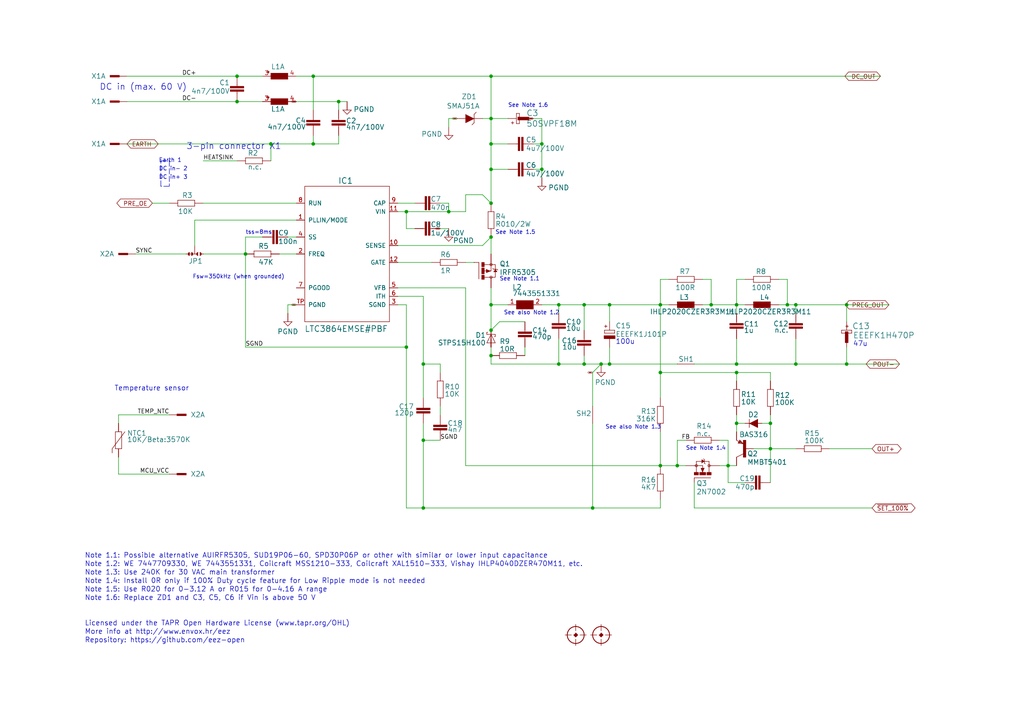
<source format=kicad_sch>
(kicad_sch (version 20210406) (generator eeschema)
  (paper "User" 307.213 216.865)
  (title_block (title "EEZ PSU consolidated") (rev "r5B13a") (comment 4 "SMPS power pre-regulator with 100% duty cycle"))
  (lib_symbols
    (symbol "EEZ_PSU_consolidated_r5B13a-eagle-import:-PNP-SOT23-BEC" (pin_names (offset 1.016))
      (property "Reference" "T" (at -10.16 7.62 0))
      (property "Value" "-PNP-SOT23-BEC" (at -10.16 5.08 0))
      (symbol "-PNP-SOT23-BEC_1_0"
        (pin passive line (at -2.54 0 0) (length 2.54) (name "B") (number "B"))
        (pin passive line (at 2.54 -5.08 90) (length 2.54) (name "C") (number "C"))
        (pin passive line (at 2.54 5.08 270) (length 2.54) (name "E") (number "E"))
      )
    )
    (symbol "EEZ_PSU_consolidated_r5B13a-eagle-import:2N7002" (pin_names (offset 1.016))
      (property "Reference" "Q" (at 6.35 2.54 0))
      (property "Value" "2N7002" (at 6.35 0 0))
      (symbol "2N7002_1_0"
        (pin passive line (at -2.54 -2.54 0) (length 0) (name "G") (number "1"))
        (pin passive line (at 2.54 -5.08 90) (length 2.54) (name "S") (number "2"))
        (pin passive line (at 2.54 5.08 270) (length 2.54) (name "D") (number "3"))
      )
    )
    (symbol "EEZ_PSU_consolidated_r5B13a-eagle-import:C-EUC0603" (pin_names (offset 1.016))
      (property "Reference" "C" (at 1.524 0.381 0))
      (property "Value" "C-EUC0603" (at 1.524 -4.699 0))
      (symbol "C-EUC0603_1_0"
        (pin passive line (at 0 2.54 270) (length 2.54) (name "1") (number "1"))
        (pin passive line (at 0 -5.08 90) (length 2.54) (name "2") (number "2"))
      )
    )
    (symbol "EEZ_PSU_consolidated_r5B13a-eagle-import:C-EUC0805" (pin_names (offset 1.016))
      (property "Reference" "C" (at 1.524 0.381 0))
      (property "Value" "C-EUC0805" (at 1.524 -4.699 0))
      (symbol "C-EUC0805_1_0"
        (pin passive line (at 0 2.54 270) (length 2.54) (name "1") (number "1"))
        (pin passive line (at 0 -5.08 90) (length 2.54) (name "2") (number "2"))
      )
    )
    (symbol "EEZ_PSU_consolidated_r5B13a-eagle-import:C-EUC1206" (pin_names (offset 1.016))
      (property "Reference" "C" (at 1.524 0.381 0))
      (property "Value" "C-EUC1206" (at 1.524 -4.699 0))
      (symbol "C-EUC1206_1_0"
        (pin passive line (at 0 2.54 270) (length 2.54) (name "1") (number "1"))
        (pin passive line (at 0 -5.08 90) (length 2.54) (name "2") (number "2"))
      )
    )
    (symbol "EEZ_PSU_consolidated_r5B13a-eagle-import:C-EUC1210" (pin_names (offset 1.016))
      (property "Reference" "C" (at 1.524 0.381 0))
      (property "Value" "C-EUC1210" (at 1.524 -4.699 0))
      (symbol "C-EUC1210_1_0"
        (pin passive line (at 0 2.54 270) (length 2.54) (name "1") (number "1"))
        (pin passive line (at 0 -5.08 90) (length 2.54) (name "2") (number "2"))
      )
    )
    (symbol "EEZ_PSU_consolidated_r5B13a-eagle-import:DINA4_L" (pin_names (offset 1.016))
      (symbol "DINA4_L_2_0"
        (text ">DRAWING_NAME" (at 17.78 19.05 0) (effects (font (size 2.54 2.54)) (justify left bottom)))
        (text ">LAST_DATE_TIME" (at 12.7 1.27 0) (effects (font (size 2.54 2.54)) (justify left bottom)))
        (text ">SHEET" (at 86.36 1.27 0) (effects (font (size 2.54 2.54)) (justify left bottom)))
        (text "Date:" (at 1.27 1.27 0) (effects (font (size 2.54 2.54)) (justify left bottom)))
        (text "Document Number:" (at 1.27 11.43 0) (effects (font (size 2.54 2.54)) (justify left bottom)))
        (text "REV:" (at 88.9 11.43 0) (effects (font (size 2.54 2.54)) (justify left bottom)))
        (text "Sheet:" (at 72.39 1.27 0) (effects (font (size 2.54 2.54)) (justify left bottom)))
        (text "TITLE:" (at 1.27 19.05 0) (effects (font (size 2.54 2.54)) (justify left bottom)))
      )
    )
    (symbol "EEZ_PSU_consolidated_r5B13a-eagle-import:DIODESOD323R" (pin_names (offset 1.016))
      (property "Reference" "D" (at 2.54 0.4826 0))
      (property "Value" "DIODESOD323R" (at 2.54 -2.3114 0))
      (symbol "DIODESOD323R_1_0"
        (pin passive line (at -2.54 0 0) (length 2.54) (name "A") (number "A"))
        (pin passive line (at 2.54 0 180) (length 2.54) (name "C") (number "C"))
      )
    )
    (symbol "EEZ_PSU_consolidated_r5B13a-eagle-import:ECAPF" (pin_names (offset 1.016))
      (property "Reference" "C" (at 1.143 0.4826 0))
      (property "Value" "ECAPF" (at 1.143 -4.5974 0))
      (symbol "ECAPF_1_0"
        (text "+" (at -0.5842 0.4064 900) (effects (font (size 1.0668 1.0668)) (justify left bottom)))
        (pin passive line (at 0 2.54 270) (length 2.54) (name "+") (number "1"))
        (pin passive line (at 0 -5.08 90) (length 2.54) (name "-") (number "2"))
      )
    )
    (symbol "EEZ_PSU_consolidated_r5B13a-eagle-import:EEE--CASE-E" (pin_names (offset 1.016))
      (property "Reference" "C" (at -0.9144 2.7686 0))
      (property "Value" "EEE--CASE-E" (at -1.9304 -4.445 0))
      (symbol "EEE--CASE-E_1_0"
        (text "+" (at 2.1336 -0.5842 0) (effects (font (size 1.0668 1.0668)) (justify right top)))
        (pin passive line (at 0 0 0) (length 2.54) (name "1") (number "1"))
        (pin passive line (at 7.62 0 180) (length 2.54) (name "2") (number "2"))
      )
    )
    (symbol "EEZ_PSU_consolidated_r5B13a-eagle-import:EEE--CASE-F" (pin_names (offset 1.016))
      (property "Reference" "C" (at -0.9144 2.7686 0))
      (property "Value" "EEE--CASE-F" (at -1.9304 -4.445 0))
      (symbol "EEE--CASE-F_1_0"
        (text "+" (at 2.1336 -0.5842 0) (effects (font (size 1.0668 1.0668)) (justify right top)))
        (pin passive line (at 0 0 0) (length 2.54) (name "1") (number "1"))
        (pin passive line (at 7.62 0 180) (length 2.54) (name "2") (number "2"))
      )
    )
    (symbol "EEZ_PSU_consolidated_r5B13a-eagle-import:FIDUCIAL_2" (pin_names (offset 1.016)))
    (symbol "EEZ_PSU_consolidated_r5B13a-eagle-import:GND" (power) (pin_names (offset 1.016))
      (property "Value" "GND" (at -1.905 -3.175 0))
      (symbol "GND_1_0"
        (pin power_in line (at 0 2.54 270) (length 2.54) (name "GND") (number "1"))
      )
    )
    (symbol "EEZ_PSU_consolidated_r5B13a-eagle-import:IHLP-2020BZ-11" (pin_names (offset 1.016))
      (property "Reference" "L" (at -3.81 1.3716 0))
      (property "Value" "IHLP-2020BZ-11" (at -3.81 -2.921 0))
      (symbol "IHLP-2020BZ-11_1_0"
        (pin passive line (at -5.08 0 0) (length 2.54) (name "1") (number "1"))
        (pin passive line (at 5.08 0 180) (length 2.54) (name "2") (number "2"))
      )
    )
    (symbol "EEZ_PSU_consolidated_r5B13a-eagle-import:JP3-CUT" (pin_names (offset 1.016))
      (property "Reference" "JP" (at -3.81 3.175 0))
      (symbol "JP3-CUT_1_0"
        (pin passive line (at 2.54 0 180) (length 2.54) (name "COM") (number "COM"))
        (pin passive line (at 0 -2.54 180) (length 0) (name "NC") (number "NC"))
        (pin passive line (at 0 2.54 180) (length 0) (name "NO") (number "NO"))
      )
    )
    (symbol "EEZ_PSU_consolidated_r5B13a-eagle-import:LTC3864" (pin_names (offset 1.016))
      (property "Reference" "IC" (at -5.2832 20.9804 0))
      (property "Value" "LTC3864" (at -7.112 -23.4442 0))
      (symbol "LTC3864_1_0"
        (pin input line (at -15.24 10.16 0) (length 2.54) (name "PLLIN/MODE") (number "1"))
        (pin input line (at 15.24 2.54 180) (length 2.54) (name "SENSE") (number "10"))
        (pin passive line (at 15.24 12.7 180) (length 2.54) (name "VIN") (number "11"))
        (pin output line (at 15.24 -2.54 180) (length 2.54) (name "GATE") (number "12"))
        (pin input line (at -15.24 0 0) (length 2.54) (name "FREQ") (number "2"))
        (pin passive line (at 15.24 -15.24 180) (length 2.54) (name "SGND") (number "3"))
        (pin input line (at -15.24 5.08 0) (length 2.54) (name "SS") (number "4"))
        (pin input line (at 15.24 -10.16 180) (length 2.54) (name "VFB") (number "5"))
        (pin unspecified line (at 15.24 -12.7 180) (length 2.54) (name "ITH") (number "6"))
        (pin output line (at -15.24 -10.16 0) (length 2.54) (name "PGOOD") (number "7"))
        (pin input line (at -15.24 15.24 0) (length 2.54) (name "RUN") (number "8"))
        (pin passive line (at 15.24 15.24 180) (length 2.54) (name "CAP") (number "9"))
        (pin passive line (at -15.24 -15.24 0) (length 2.54) (name "PGND") (number "TP"))
      )
    )
    (symbol "EEZ_PSU_consolidated_r5B13a-eagle-import:MINIFIT_39301039" (pin_names (offset 1.016))
      (property "Reference" "X" (at -6.35 0.889 0))
      (symbol "MINIFIT_39301039_1_0"
        (pin passive line (at 0 0 180) (length 2.54) (name "1") (number "2"))
      )
      (symbol "MINIFIT_39301039_2_0"
        (pin passive line (at 0 0 180) (length 2.54) (name "1") (number "1"))
      )
      (symbol "MINIFIT_39301039_3_0"
        (pin passive line (at 0 0 180) (length 2.54) (name "1") (number "3"))
      )
    )
    (symbol "EEZ_PSU_consolidated_r5B13a-eagle-import:NTC0805" (pin_names (offset 1.016))
      (property "Reference" "NTC" (at 1.905 0 0))
      (property "Value" "NTC0805" (at 1.905 -2.54 0))
      (symbol "NTC0805_1_0"
        (pin unspecified line (at 0 5.08 270) (length 2.54) (name "P$1") (number "1"))
        (pin unspecified line (at 0 5.08 270) (length 2.54) (name "P$1") (number "1.1"))
        (pin unspecified line (at 0 -5.08 90) (length 2.54) (name "P$2") (number "2"))
        (pin unspecified line (at 0 -5.08 90) (length 2.54) (name "P$2") (number "2.1"))
      )
    )
    (symbol "EEZ_PSU_consolidated_r5B13a-eagle-import:P-MOSFETDPAK" (pin_names (offset 1.016))
      (property "Reference" "Q" (at 5.08 0 0))
      (property "Value" "P-MOSFETDPAK" (at 5.08 -2.54 0))
      (symbol "P-MOSFETDPAK_1_0"
        (pin passive line (at -2.54 2.54 0) (length 0) (name "G") (number "1"))
        (pin passive line (at 2.54 -5.08 90) (length 2.54) (name "D") (number "2"))
        (pin passive line (at 2.54 5.08 270) (length 2.54) (name "S") (number "3"))
      )
    )
    (symbol "EEZ_PSU_consolidated_r5B13a-eagle-import:P6SMB68A" (pin_names (offset 1.016))
      (property "Reference" "ZD" (at -2.54 2.54 0))
      (property "Value" "P6SMB68A" (at -2.54 -4.064 0))
      (symbol "P6SMB68A_1_0"
        (pin passive line (at 5.08 0 180) (length 2.54) (name "A") (number "A"))
        (pin passive line (at -2.54 0 0) (length 2.54) (name "C") (number "C"))
      )
    )
    (symbol "EEZ_PSU_consolidated_r5B13a-eagle-import:R-EU_R0805" (pin_names (offset 1.016))
      (property "Reference" "R" (at -3.81 1.4986 0))
      (property "Value" "R-EU_R0805" (at -3.81 -3.302 0))
      (symbol "R-EU_R0805_1_0"
        (pin passive line (at -5.08 0 0) (length 2.54) (name "1") (number "1"))
        (pin passive line (at 5.08 0 180) (length 2.54) (name "2") (number "2"))
      )
    )
    (symbol "EEZ_PSU_consolidated_r5B13a-eagle-import:R-EU_R1206" (pin_names (offset 1.016))
      (property "Reference" "R" (at -3.81 1.4986 0))
      (property "Value" "R-EU_R1206" (at -3.81 -3.302 0))
      (symbol "R-EU_R1206_1_0"
        (pin passive line (at -5.08 0 0) (length 2.54) (name "1") (number "1"))
        (pin passive line (at 5.08 0 180) (length 2.54) (name "2") (number "2"))
      )
    )
    (symbol "EEZ_PSU_consolidated_r5B13a-eagle-import:R-EU_R2512" (pin_names (offset 1.016))
      (property "Reference" "R" (at -3.81 1.4986 0))
      (property "Value" "R-EU_R2512" (at -3.81 -3.302 0))
      (symbol "R-EU_R2512_1_0"
        (pin passive line (at -5.08 0 0) (length 2.54) (name "1") (number "1"))
        (pin passive line (at 5.08 0 180) (length 2.54) (name "2") (number "2"))
      )
    )
    (symbol "EEZ_PSU_consolidated_r5B13a-eagle-import:RN112" (pin_names (offset 1.016))
      (property "Reference" "L" (at -3.81 1.3716 0))
      (symbol "RN112_1_0"
        (pin passive line (at -5.08 0 0) (length 2.54) (name "1") (number "3"))
        (pin passive line (at 5.08 0 180) (length 2.54) (name "2") (number "4"))
      )
      (symbol "RN112_2_0"
        (pin passive line (at -5.08 0 0) (length 2.54) (name "1") (number "1"))
        (pin passive line (at 5.08 0 180) (length 2.54) (name "2") (number "2"))
      )
    )
    (symbol "EEZ_PSU_consolidated_r5B13a-eagle-import:SCHOTTKYTO252" (pin_names (offset 1.016))
      (property "Reference" "D" (at -2.286 1.905 0))
      (property "Value" "SCHOTTKYTO252" (at -2.286 -3.429 0))
      (symbol "SCHOTTKYTO252_1_0"
        (pin passive line (at -2.54 0 0) (length 2.54) (name "A") (number "1"))
        (pin passive line (at -2.54 0 0) (length 2.54) (name "A") (number "2"))
        (pin passive line (at 2.54 0 180) (length 2.54) (name "C") (number "3"))
      )
    )
    (symbol "EEZ_PSU_consolidated_r5B13a-eagle-import:SHORTNOHOLE" (pin_names (offset 1.016))
      (property "Reference" "SH" (at -2.2098 1.27 0))
      (symbol "SHORTNOHOLE_1_0"
        (pin unspecified line (at -2.54 0 0) (length 0) (name "GND_A") (number "P$1"))
        (pin unspecified line (at 2.54 0 0) (length 0) (name "GND_B") (number "P$2"))
      )
    )
    (symbol "EEZ_PSU_consolidated_r5B13a-eagle-import:SSW-113-02-T-D-RA" (pin_names (offset 1.016))
      (property "Reference" "X" (at -6.35 0.889 0))
      (symbol "SSW-113-02-T-D-RA_1_0"
        (pin passive line (at 0 0 180) (length 2.54) (name "1") (number "1"))
      )
      (symbol "SSW-113-02-T-D-RA_2_0"
        (pin passive line (at 0 0 180) (length 2.54) (name "1") (number "2"))
      )
      (symbol "SSW-113-02-T-D-RA_3_0"
        (pin passive line (at 0 0 180) (length 2.54) (name "1") (number "3"))
      )
      (symbol "SSW-113-02-T-D-RA_4_0"
        (pin passive line (at 0 0 180) (length 2.54) (name "1") (number "4"))
      )
      (symbol "SSW-113-02-T-D-RA_5_0"
        (pin passive line (at 0 0 180) (length 2.54) (name "1") (number "5"))
      )
      (symbol "SSW-113-02-T-D-RA_6_0"
        (pin passive line (at 0 0 180) (length 2.54) (name "1") (number "6"))
      )
      (symbol "SSW-113-02-T-D-RA_7_0"
        (pin passive line (at 0 0 180) (length 2.54) (name "1") (number "7"))
      )
      (symbol "SSW-113-02-T-D-RA_8_0"
        (pin passive line (at 0 0 180) (length 2.54) (name "1") (number "8"))
      )
      (symbol "SSW-113-02-T-D-RA_9_0"
        (pin passive line (at 0 0 180) (length 2.54) (name "1") (number "9"))
      )
      (symbol "SSW-113-02-T-D-RA_10_0"
        (pin passive line (at 0 0 180) (length 2.54) (name "1") (number "10"))
      )
      (symbol "SSW-113-02-T-D-RA_11_0"
        (pin passive line (at 0 0 180) (length 2.54) (name "1") (number "11"))
      )
      (symbol "SSW-113-02-T-D-RA_12_0"
        (pin passive line (at 0 0 180) (length 2.54) (name "1") (number "12"))
      )
      (symbol "SSW-113-02-T-D-RA_13_0"
        (pin passive line (at 0 0 180) (length 2.54) (name "1") (number "13"))
      )
      (symbol "SSW-113-02-T-D-RA_14_0"
        (pin passive line (at 0 0 180) (length 2.54) (name "1") (number "14"))
      )
      (symbol "SSW-113-02-T-D-RA_15_0"
        (pin passive line (at 0 0 180) (length 2.54) (name "1") (number "15"))
      )
      (symbol "SSW-113-02-T-D-RA_16_0"
        (pin passive line (at 0 0 180) (length 2.54) (name "1") (number "16"))
      )
      (symbol "SSW-113-02-T-D-RA_17_0"
        (pin passive line (at 0 0 180) (length 2.54) (name "1") (number "17"))
      )
      (symbol "SSW-113-02-T-D-RA_18_0"
        (pin passive line (at 0 0 180) (length 2.54) (name "1") (number "18"))
      )
      (symbol "SSW-113-02-T-D-RA_19_0"
        (pin passive line (at 0 0 180) (length 2.54) (name "1") (number "19"))
      )
      (symbol "SSW-113-02-T-D-RA_20_0"
        (pin passive line (at 0 0 180) (length 2.54) (name "1") (number "20"))
      )
      (symbol "SSW-113-02-T-D-RA_21_0"
        (pin passive line (at 0 0 180) (length 2.54) (name "1") (number "21"))
      )
      (symbol "SSW-113-02-T-D-RA_22_0"
        (pin passive line (at 0 0 180) (length 2.54) (name "1") (number "22"))
      )
      (symbol "SSW-113-02-T-D-RA_23_0"
        (pin passive line (at 0 0 180) (length 2.54) (name "1") (number "23"))
      )
      (symbol "SSW-113-02-T-D-RA_24_0"
        (pin passive line (at 0 0 180) (length 2.54) (name "1") (number "24"))
      )
      (symbol "SSW-113-02-T-D-RA_25_0"
        (pin passive line (at 0 0 180) (length 2.54) (name "1") (number "25"))
      )
      (symbol "SSW-113-02-T-D-RA_26_0"
        (pin passive line (at 0 0 180) (length 2.54) (name "1") (number "26"))
      )
    )
    (symbol "EEZ_PSU_consolidated_r5B13a-eagle-import:WE-HCI_1350_1365" (pin_names (offset 1.016))
      (property "Reference" "L" (at -3.81 2.54 0))
      (property "Value" "WE-HCI_1350_1365" (at -3.81 -3.81 0))
      (symbol "WE-HCI_1350_1365_1_0"
        (pin passive line (at -5.08 0 0) (length 2.54) (name "1") (number "1"))
        (pin passive line (at 5.08 0 180) (length 2.54) (name "2") (number "2"))
      )
    )
  )
  (junction (at 71.12 22.86) (diameter 0.9144))
  (junction (at 71.12 30.48) (diameter 0.9144))
  (junction (at 73.66 76.2) (diameter 0.9144))
  (junction (at 81.28 43.18) (diameter 0.9144))
  (junction (at 93.98 22.86) (diameter 0.9144))
  (junction (at 93.98 43.18) (diameter 0.9144))
  (junction (at 101.6 30.48) (diameter 0.9144))
  (junction (at 121.92 63.5) (diameter 0.9144))
  (junction (at 121.92 104.14) (diameter 0.9144))
  (junction (at 127 109.22) (diameter 0.9144))
  (junction (at 127 132.08) (diameter 0.9144))
  (junction (at 127 152.4) (diameter 0.9144))
  (junction (at 134.62 63.5) (diameter 0.9144))
  (junction (at 147.32 22.86) (diameter 0.9144))
  (junction (at 147.32 35.56) (diameter 0.9144))
  (junction (at 147.32 43.18) (diameter 0.9144))
  (junction (at 147.32 50.8) (diameter 0.9144))
  (junction (at 147.32 60.96) (diameter 0.9144))
  (junction (at 147.32 71.12) (diameter 0.9144))
  (junction (at 147.32 91.44) (diameter 0.9144))
  (junction (at 147.32 99.06) (diameter 0.9144))
  (junction (at 147.32 106.68) (diameter 0.9144))
  (junction (at 162.56 43.18) (diameter 0.9144))
  (junction (at 162.56 50.8) (diameter 0.9144))
  (junction (at 167.64 91.44) (diameter 0.9144))
  (junction (at 167.64 109.22) (diameter 0.9144))
  (junction (at 175.26 91.44) (diameter 0.9144))
  (junction (at 175.26 109.22) (diameter 0.9144))
  (junction (at 177.8 152.4) (diameter 0.9144))
  (junction (at 180.34 109.22) (diameter 0.9144))
  (junction (at 182.88 91.44) (diameter 0.9144))
  (junction (at 182.88 109.22) (diameter 0.9144))
  (junction (at 198.12 91.44) (diameter 0.9144))
  (junction (at 198.12 111.76) (diameter 0.9144))
  (junction (at 198.12 139.7) (diameter 0.9144))
  (junction (at 203.2 139.7) (diameter 0.9144))
  (junction (at 213.36 91.44) (diameter 0.9144))
  (junction (at 218.44 139.7) (diameter 0.9144))
  (junction (at 220.98 91.44) (diameter 0.9144))
  (junction (at 220.98 109.22) (diameter 0.9144))
  (junction (at 220.98 111.76) (diameter 0.9144))
  (junction (at 220.98 127) (diameter 0.9144))
  (junction (at 231.14 127) (diameter 0.9144))
  (junction (at 231.14 134.62) (diameter 0.9144))
  (junction (at 236.22 91.44) (diameter 0.9144))
  (junction (at 238.76 91.44) (diameter 0.9144))
  (junction (at 238.76 109.22) (diameter 0.9144))
  (junction (at 254 91.44) (diameter 0.9144))
  (junction (at 254 109.22) (diameter 0.9144))
  (wire (pts (xy 35.56 124.46) (xy 35.56 127)))
  (wire (pts (xy 35.56 142.24) (xy 35.56 137.16)))
  (wire (pts (xy 38.1 22.86) (xy 71.12 22.86)))
  (wire (pts (xy 38.1 30.48) (xy 71.12 30.48)))
  (wire (pts (xy 38.1 43.18) (xy 81.28 43.18)))
  (wire (pts (xy 50.8 60.96) (xy 45.72 60.96)))
  (wire (pts (xy 50.8 124.46) (xy 35.56 124.46)))
  (wire (pts (xy 50.8 142.24) (xy 35.56 142.24)))
  (wire (pts (xy 55.88 76.2) (xy 40.64 76.2)))
  (wire (pts (xy 58.42 66.04) (xy 58.42 73.66)))
  (wire (pts (xy 60.96 76.2) (xy 73.66 76.2)))
  (wire (pts (xy 71.12 22.86) (xy 78.74 22.86)))
  (wire (pts (xy 71.12 48.26) (xy 60.96 48.26)))
  (wire (pts (xy 73.66 71.12) (xy 78.74 71.12)))
  (wire (pts (xy 73.66 76.2) (xy 73.66 71.12)))
  (wire (pts (xy 73.66 76.2) (xy 73.66 104.14)))
  (wire (pts (xy 73.66 104.14) (xy 121.92 104.14)))
  (wire (pts (xy 78.74 30.48) (xy 71.12 30.48)))
  (wire (pts (xy 81.28 43.18) (xy 81.28 48.26)))
  (wire (pts (xy 81.28 43.18) (xy 93.98 43.18)))
  (wire (pts (xy 83.82 76.2) (xy 88.9 76.2)))
  (wire (pts (xy 86.36 71.12) (xy 88.9 71.12)))
  (wire (pts (xy 86.36 91.44) (xy 86.36 93.98)))
  (wire (pts (xy 88.9 22.86) (xy 93.98 22.86)))
  (wire (pts (xy 88.9 30.48) (xy 101.6 30.48)))
  (wire (pts (xy 88.9 60.96) (xy 60.96 60.96)))
  (wire (pts (xy 88.9 66.04) (xy 58.42 66.04)))
  (wire (pts (xy 88.9 91.44) (xy 86.36 91.44)))
  (wire (pts (xy 93.98 22.86) (xy 93.98 33.02)))
  (wire (pts (xy 93.98 22.86) (xy 147.32 22.86)))
  (wire (pts (xy 93.98 40.64) (xy 93.98 43.18)))
  (wire (pts (xy 101.6 30.48) (xy 104.14 30.48)))
  (wire (pts (xy 101.6 33.02) (xy 101.6 30.48)))
  (wire (pts (xy 101.6 40.64) (xy 101.6 43.18)))
  (wire (pts (xy 101.6 43.18) (xy 93.98 43.18)))
  (wire (pts (xy 119.38 60.96) (xy 124.46 60.96)))
  (wire (pts (xy 119.38 63.5) (xy 121.92 63.5)))
  (wire (pts (xy 119.38 86.36) (xy 139.7 86.36)))
  (wire (pts (xy 119.38 88.9) (xy 127 88.9)))
  (wire (pts (xy 119.38 91.44) (xy 121.92 91.44)))
  (wire (pts (xy 121.92 63.5) (xy 134.62 63.5)))
  (wire (pts (xy 121.92 68.58) (xy 121.92 63.5)))
  (wire (pts (xy 121.92 91.44) (xy 121.92 104.14)))
  (wire (pts (xy 121.92 104.14) (xy 121.92 152.4)))
  (wire (pts (xy 124.46 68.58) (xy 121.92 68.58)))
  (wire (pts (xy 127 88.9) (xy 127 109.22)))
  (wire (pts (xy 127 109.22) (xy 132.08 109.22)))
  (wire (pts (xy 127 119.38) (xy 127 109.22)))
  (wire (pts (xy 127 127) (xy 127 132.08)))
  (wire (pts (xy 127 132.08) (xy 127 152.4)))
  (wire (pts (xy 127 132.08) (xy 132.08 132.08)))
  (wire (pts (xy 127 152.4) (xy 121.92 152.4)))
  (wire (pts (xy 129.54 78.74) (xy 119.38 78.74)))
  (wire (pts (xy 132.08 60.96) (xy 134.62 60.96)))
  (wire (pts (xy 132.08 68.58) (xy 134.62 68.58)))
  (wire (pts (xy 132.08 111.76) (xy 132.08 109.22)))
  (wire (pts (xy 132.08 124.46) (xy 132.08 121.92)))
  (wire (pts (xy 134.62 35.56) (xy 134.62 38.1)))
  (wire (pts (xy 134.62 60.96) (xy 134.62 63.5)))
  (wire (pts (xy 134.62 63.5) (xy 139.7 63.5)))
  (wire (pts (xy 137.16 35.56) (xy 134.62 35.56)))
  (wire (pts (xy 139.7 58.42) (xy 144.78 58.42)))
  (wire (pts (xy 139.7 63.5) (xy 139.7 58.42)))
  (wire (pts (xy 139.7 78.74) (xy 142.24 78.74)))
  (wire (pts (xy 139.7 86.36) (xy 139.7 139.7)))
  (wire (pts (xy 144.78 35.56) (xy 147.32 35.56)))
  (wire (pts (xy 144.78 58.42) (xy 147.32 60.96)))
  (wire (pts (xy 144.78 73.66) (xy 119.38 73.66)))
  (wire (pts (xy 147.32 22.86) (xy 264.16 22.86)))
  (wire (pts (xy 147.32 35.56) (xy 147.32 22.86)))
  (wire (pts (xy 147.32 43.18) (xy 147.32 35.56)))
  (wire (pts (xy 147.32 50.8) (xy 147.32 43.18)))
  (wire (pts (xy 147.32 60.96) (xy 147.32 50.8)))
  (wire (pts (xy 147.32 71.12) (xy 144.78 73.66)))
  (wire (pts (xy 147.32 71.12) (xy 147.32 76.2)))
  (wire (pts (xy 147.32 86.36) (xy 147.32 91.44)))
  (wire (pts (xy 147.32 91.44) (xy 152.4 91.44)))
  (wire (pts (xy 147.32 99.06) (xy 147.32 91.44)))
  (wire (pts (xy 147.32 104.14) (xy 147.32 106.68)))
  (wire (pts (xy 147.32 106.68) (xy 147.32 109.22)))
  (wire (pts (xy 149.86 96.52) (xy 147.32 99.06)))
  (wire (pts (xy 152.4 35.56) (xy 147.32 35.56)))
  (wire (pts (xy 152.4 43.18) (xy 147.32 43.18)))
  (wire (pts (xy 152.4 50.8) (xy 147.32 50.8)))
  (wire (pts (xy 157.48 96.52) (xy 149.86 96.52)))
  (wire (pts (xy 157.48 106.68) (xy 157.48 104.14)))
  (wire (pts (xy 160.02 35.56) (xy 162.56 35.56)))
  (wire (pts (xy 160.02 43.18) (xy 162.56 43.18)))
  (wire (pts (xy 160.02 50.8) (xy 162.56 50.8)))
  (wire (pts (xy 162.56 35.56) (xy 162.56 43.18)))
  (wire (pts (xy 162.56 43.18) (xy 162.56 50.8)))
  (wire (pts (xy 162.56 50.8) (xy 162.56 53.34)))
  (wire (pts (xy 162.56 91.44) (xy 167.64 91.44)))
  (wire (pts (xy 167.64 91.44) (xy 175.26 91.44)))
  (wire (pts (xy 167.64 93.98) (xy 167.64 91.44)))
  (wire (pts (xy 167.64 109.22) (xy 147.32 109.22)))
  (wire (pts (xy 167.64 109.22) (xy 167.64 101.6)))
  (wire (pts (xy 167.64 109.22) (xy 175.26 109.22)))
  (wire (pts (xy 175.26 91.44) (xy 182.88 91.44)))
  (wire (pts (xy 175.26 99.06) (xy 175.26 91.44)))
  (wire (pts (xy 175.26 106.68) (xy 175.26 109.22)))
  (wire (pts (xy 175.26 109.22) (xy 180.34 109.22)))
  (wire (pts (xy 177.8 111.76) (xy 180.34 109.22)))
  (wire (pts (xy 177.8 121.92) (xy 177.8 111.76)))
  (wire (pts (xy 177.8 127) (xy 177.8 152.4)))
  (wire (pts (xy 177.8 152.4) (xy 127 152.4)))
  (wire (pts (xy 182.88 91.44) (xy 198.12 91.44)))
  (wire (pts (xy 182.88 96.52) (xy 182.88 91.44)))
  (wire (pts (xy 182.88 104.14) (xy 182.88 109.22)))
  (wire (pts (xy 182.88 109.22) (xy 180.34 109.22)))
  (wire (pts (xy 198.12 83.82) (xy 198.12 91.44)))
  (wire (pts (xy 198.12 91.44) (xy 200.66 91.44)))
  (wire (pts (xy 198.12 111.76) (xy 198.12 91.44)))
  (wire (pts (xy 198.12 111.76) (xy 220.98 111.76)))
  (wire (pts (xy 198.12 119.38) (xy 198.12 111.76)))
  (wire (pts (xy 198.12 129.54) (xy 198.12 139.7)))
  (wire (pts (xy 198.12 139.7) (xy 139.7 139.7)))
  (wire (pts (xy 198.12 152.4) (xy 177.8 152.4)))
  (wire (pts (xy 198.12 152.4) (xy 198.12 149.86)))
  (wire (pts (xy 200.66 83.82) (xy 198.12 83.82)))
  (wire (pts (xy 203.2 109.22) (xy 182.88 109.22)))
  (wire (pts (xy 203.2 132.08) (xy 205.74 132.08)))
  (wire (pts (xy 203.2 139.7) (xy 198.12 139.7)))
  (wire (pts (xy 203.2 139.7) (xy 203.2 132.08)))
  (wire (pts (xy 205.74 139.7) (xy 203.2 139.7)))
  (wire (pts (xy 208.28 109.22) (xy 220.98 109.22)))
  (wire (pts (xy 208.28 152.4) (xy 208.28 144.78)))
  (wire (pts (xy 210.82 83.82) (xy 213.36 83.82)))
  (wire (pts (xy 210.82 91.44) (xy 213.36 91.44)))
  (wire (pts (xy 213.36 83.82) (xy 213.36 91.44)))
  (wire (pts (xy 213.36 91.44) (xy 220.98 91.44)))
  (wire (pts (xy 215.9 132.08) (xy 218.44 132.08)))
  (wire (pts (xy 215.9 139.7) (xy 218.44 139.7)))
  (wire (pts (xy 218.44 132.08) (xy 218.44 139.7)))
  (wire (pts (xy 218.44 139.7) (xy 220.98 139.7)))
  (wire (pts (xy 218.44 144.78) (xy 218.44 139.7)))
  (wire (pts (xy 220.98 83.82) (xy 220.98 91.44)))
  (wire (pts (xy 220.98 91.44) (xy 223.52 91.44)))
  (wire (pts (xy 220.98 93.98) (xy 220.98 91.44)))
  (wire (pts (xy 220.98 101.6) (xy 220.98 109.22)))
  (wire (pts (xy 220.98 109.22) (xy 238.76 109.22)))
  (wire (pts (xy 220.98 114.3) (xy 220.98 111.76)))
  (wire (pts (xy 220.98 124.46) (xy 220.98 127)))
  (wire (pts (xy 220.98 127) (xy 220.98 129.54)))
  (wire (pts (xy 223.52 83.82) (xy 220.98 83.82)))
  (wire (pts (xy 223.52 127) (xy 220.98 127)))
  (wire (pts (xy 223.52 144.78) (xy 218.44 144.78)))
  (wire (pts (xy 226.06 134.62) (xy 231.14 134.62)))
  (wire (pts (xy 228.6 127) (xy 231.14 127)))
  (wire (pts (xy 231.14 111.76) (xy 220.98 111.76)))
  (wire (pts (xy 231.14 114.3) (xy 231.14 111.76)))
  (wire (pts (xy 231.14 124.46) (xy 231.14 127)))
  (wire (pts (xy 231.14 127) (xy 231.14 134.62)))
  (wire (pts (xy 231.14 134.62) (xy 238.76 134.62)))
  (wire (pts (xy 231.14 144.78) (xy 231.14 134.62)))
  (wire (pts (xy 233.68 83.82) (xy 236.22 83.82)))
  (wire (pts (xy 233.68 91.44) (xy 236.22 91.44)))
  (wire (pts (xy 236.22 83.82) (xy 236.22 91.44)))
  (wire (pts (xy 236.22 91.44) (xy 238.76 91.44)))
  (wire (pts (xy 238.76 91.44) (xy 254 91.44)))
  (wire (pts (xy 238.76 93.98) (xy 238.76 91.44)))
  (wire (pts (xy 238.76 101.6) (xy 238.76 109.22)))
  (wire (pts (xy 248.92 134.62) (xy 261.62 134.62)))
  (wire (pts (xy 254 91.44) (xy 266.7 91.44)))
  (wire (pts (xy 254 96.52) (xy 254 91.44)))
  (wire (pts (xy 254 109.22) (xy 238.76 109.22)))
  (wire (pts (xy 254 109.22) (xy 254 104.14)))
  (wire (pts (xy 254 109.22) (xy 269.875 109.22)))
  (wire (pts (xy 261.62 152.4) (xy 208.28 152.4)))
  (polyline (pts (xy 48.26 48.26) (xy 50.8 48.26)) (stroke (width 0) (type dash)))
  (polyline (pts (xy 48.26 55.88) (xy 48.26 48.26)) (stroke (width 0) (type dash)))
  (polyline (pts (xy 50.8 48.26) (xy 50.8 55.88)) (stroke (width 0) (type dash)))
  (polyline (pts (xy 50.8 55.88) (xy 48.26 55.88)) (stroke (width 0) (type dash)))
  (text "Note 1.1: Possible alternative AUIRFR5305, SUD19P06-60, SPD30P06P or other with similar or lower input capacitance" (at 25.4 167.64 0) (effects (font (size 1.4986 1.4986)) (justify left bottom)))
  (text "Note 1.2: WE 7447709330, WE 7443551331, Coilcraft MSS1210-333, Coilcraft XAL1510-333, Vishay IHLP4040DZER470M11, etc." (at 25.4 170.18 0) (effects (font (size 1.4986 1.4986)) (justify left bottom)))
  (text "Note 1.3: Use 240K for 30 VAC main transformer" (at 25.4 172.72 0) (effects (font (size 1.4986 1.4986)) (justify left bottom)))
  (text "Note 1.4: Install 0R only if 100% Duty cycle feature for Low Ripple mode is not needed" (at 25.4 175.26 0) (effects (font (size 1.4986 1.4986)) (justify left bottom)))
  (text "Note 1.5: Use R020 for 0-3.12 A or R015 for 0-4.16 A range" (at 25.4 177.8 0) (effects (font (size 1.4986 1.4986)) (justify left bottom)))
  (text "Note 1.6: Replace ZD1 and C3, C5, C6 if Vin is above 50 V" (at 25.4 180.34 0) (effects (font (size 1.4986 1.4986)) (justify left bottom)))
  (text "Licensed under the TAPR Open Hardware License (www.tapr.org/OHL)" (at 25.4 187.96 0) (effects (font (size 1.4986 1.4986)) (justify left bottom)))
  (text "More info at http://www.envox.hr/eez" (at 25.4 190.5 0) (effects (font (size 1.4986 1.4986)) (justify left bottom)))
  (text "Repository: https://github.com/eez-open" (at 25.4 193.04 0) (effects (font (size 1.4986 1.4986)) (justify left bottom)))
  (text "DC in (max. 60 V)" (at 29.845 27.305 0) (effects (font (size 1.8542 1.8542)) (justify left bottom)))
  (text "Temperature sensor" (at 34.29 117.475 0) (effects (font (size 1.4986 1.4986)) (justify left bottom)))
  (text "Earth 1" (at 47.625 48.895 0) (effects (font (size 1.1938 1.1938)) (justify left bottom)))
  (text "DC in- 2" (at 47.625 51.435 0) (effects (font (size 1.1938 1.1938)) (justify left bottom)))
  (text "DC in+ 3" (at 47.625 53.975 0) (effects (font (size 1.1938 1.1938)) (justify left bottom)))
  (text "3-pin connector X1" (at 55.88 45.085 0) (effects (font (size 1.8542 1.8542)) (justify left bottom)))
  (text "Fsw=350kHz (when grounded)" (at 57.785 83.82 0) (effects (font (size 1.1938 1.1938)) (justify left bottom)))
  (text "tss=8ms" (at 73.66 70.485 0) (effects (font (size 1.1938 1.1938)) (justify left bottom)))
  (text "See Note 1.5" (at 148.59 70.485 0) (effects (font (size 1.1938 1.1938)) (justify left bottom)))
  (text "See Note 1.1" (at 149.86 84.455 0) (effects (font (size 1.1938 1.1938)) (justify left bottom)))
  (text "See also Note 1.2" (at 151.13 94.615 0) (effects (font (size 1.1938 1.1938)) (justify left bottom)))
  (text "See Note 1.6" (at 152.4 32.385 0) (effects (font (size 1.1938 1.1938)) (justify left bottom)))
  (text "See also Note 1.3" (at 181.61 128.905 0) (effects (font (size 1.1938 1.1938)) (justify left bottom)))
  (text "100u" (at 184.658 103.505 0) (effects (font (size 1.4986 1.4986)) (justify left bottom)))
  (text "See Note 1.4" (at 205.74 135.255 0) (effects (font (size 1.1938 1.1938)) (justify left bottom)))
  (text "47u" (at 255.905 104.14 0) (effects (font (size 1.4986 1.4986)) (justify left bottom)))
  (label "SYNC" (at 40.64 76.2 0))
  (label "TEMP_NTC" (at 50.8 124.46 180))
  (label "MCU_VCC" (at 50.8 142.24 180))
  (label "DC+" (at 54.61 22.86 0))
  (label "DC-" (at 54.61 30.48 0))
  (label "HEATSINK" (at 60.96 48.26 0))
  (label "SGND" (at 73.66 104.14 0))
  (label "SGND" (at 132.08 132.08 0))
  (label "FB" (at 204.47 132.08 0))
  (global_label "EARTH" (shape bidirectional) (at 38.1 43.18 0) (property "Intersheet References" "${INTERSHEET_REFS}" (effects hide)))
  (global_label "PRE_OE" (shape bidirectional) (at 45.72 60.96 180) (property "Intersheet References" "${INTERSHEET_REFS}" (effects hide)))
  (global_label "GND" (shape bidirectional) (at 88.9 30.48 180) (effects (font (size 0.254 0.254))) (property "Intersheet References" "${INTERSHEET_REFS}" (effects hide)))
  (global_label "GND" (shape bidirectional) (at 88.9 91.44 180) (effects (font (size 0.254 0.254))) (property "Intersheet References" "${INTERSHEET_REFS}" (effects hide)))
  (global_label "GND" (shape bidirectional) (at 132.08 68.58 180) (effects (font (size 0.254 0.254))) (property "Intersheet References" "${INTERSHEET_REFS}" (effects hide)))
  (global_label "GND" (shape bidirectional) (at 137.16 35.56 180) (effects (font (size 0.254 0.254))) (property "Intersheet References" "${INTERSHEET_REFS}" (effects hide)))
  (global_label "GND" (shape bidirectional) (at 160.02 35.56 180) (effects (font (size 0.254 0.254))) (property "Intersheet References" "${INTERSHEET_REFS}" (effects hide)))
  (global_label "GND" (shape bidirectional) (at 177.8 111.76 180) (effects (font (size 0.254 0.254))) (property "Intersheet References" "${INTERSHEET_REFS}" (effects hide)))
  (global_label "OUT+" (shape bidirectional) (at 261.62 134.62 0) (property "Intersheet References" "${INTERSHEET_REFS}" (effects hide)))
  (global_label "~SET_100%" (shape bidirectional) (at 261.62 152.4 0) (property "Intersheet References" "${INTERSHEET_REFS}" (effects hide)))
  (global_label "DC_OUT" (shape bidirectional) (at 264.16 22.86 180) (property "Intersheet References" "${INTERSHEET_REFS}" (effects hide)))
  (global_label "PREG_OUT" (shape bidirectional) (at 266.7 91.44 180) (property "Intersheet References" "${INTERSHEET_REFS}" (effects hide)))
  (global_label "POUT-" (shape bidirectional) (at 269.875 109.22 180) (property "Intersheet References" "${INTERSHEET_REFS}" (effects hide)))
  (symbol (lib_id "EEZ_PSU_consolidated_r5B13a-eagle-import:DINA4_L") (at 22.86 195.58 0)
    (property "Reference" "#FRAME1" (effects hide))
    (property "Value" "DINA4_L" (effects hide))
  )
  (symbol (lib_id "EEZ_PSU_consolidated_r5B13a-eagle-import:MINIFIT_39301039") (at 38.1 22.86 0)
    (property "Reference" "X1" (at 31.75 21.971 0) (effects (font (size 1.4986 1.4986)) (justify right top)))
    (property "Value" "39-30-1039" (effects hide))
    (property "Footprint" "EEZ PSU consolidated r5B13a:MINIFIT_39301039" (effects hide))
  )
  (symbol (lib_id "EEZ_PSU_consolidated_r5B13a-eagle-import:MINIFIT_39301039") (at 38.1 30.48 0)
    (property "Reference" "X1" (at 31.75 29.591 0) (effects (font (size 1.4986 1.4986)) (justify right top)))
    (property "Value" "39-30-1039" (effects hide))
    (property "Footprint" "EEZ PSU consolidated r5B13a:MINIFIT_39301039" (effects hide))
  )
  (symbol (lib_id "EEZ_PSU_consolidated_r5B13a-eagle-import:MINIFIT_39301039") (at 38.1 43.18 0)
    (property "Reference" "X1" (at 31.75 42.291 0) (effects (font (size 1.4986 1.4986)) (justify right top)))
    (property "Value" "39-30-1039" (effects hide))
    (property "Footprint" "EEZ PSU consolidated r5B13a:MINIFIT_39301039" (effects hide))
  )
  (symbol (lib_id "EEZ_PSU_consolidated_r5B13a-eagle-import:SSW-113-02-T-D-RA") (at 40.64 76.2 0)
    (property "Reference" "X2" (at 34.29 75.311 0) (effects (font (size 1.4986 1.4986)) (justify right top)))
    (property "Value" "SSW-113-02-T-D-RA" (effects hide))
    (property "Footprint" "EEZ PSU consolidated r5B13a:SSW-113-02-T-D-RA" (effects hide))
  )
  (symbol (lib_id "EEZ_PSU_consolidated_r5B13a-eagle-import:SSW-113-02-T-D-RA") (at 50.8 124.46 0) (mirror y)
    (property "Reference" "X2" (at 57.15 123.571 0) (effects (font (size 1.4986 1.4986)) (justify right top)))
    (property "Value" "SSW-113-02-T-D-RA" (effects hide))
    (property "Footprint" "EEZ PSU consolidated r5B13a:SSW-113-02-T-D-RA" (effects hide))
  )
  (symbol (lib_id "EEZ_PSU_consolidated_r5B13a-eagle-import:SSW-113-02-T-D-RA") (at 50.8 142.24 0) (mirror y)
    (property "Reference" "X2" (at 57.15 141.351 0) (effects (font (size 1.4986 1.4986)) (justify right top)))
    (property "Value" "SSW-113-02-T-D-RA" (effects hide))
    (property "Footprint" "EEZ PSU consolidated r5B13a:SSW-113-02-T-D-RA" (effects hide))
  )
  (symbol (lib_id "EEZ_PSU_consolidated_r5B13a-eagle-import:SHORTNOHOLE") (at 177.8 124.46 90)
    (property "Reference" "SH2" (at 177.4698 123.19 90) (effects (font (size 1.4986 1.4986)) (justify left bottom)))
    (property "Value" "Sgnd to Pgnd short" (effects hide))
    (property "Footprint" "EEZ PSU consolidated r5B13a:SHORT_NOHOLE" (effects hide))
  )
  (symbol (lib_id "EEZ_PSU_consolidated_r5B13a-eagle-import:SHORTNOHOLE") (at 205.74 109.22 180)
    (property "Reference" "SH1" (at 203.5048 108.585 0) (effects (font (size 1.4986 1.4986)) (justify right top)))
    (property "Value" "Pgnd to Pout- short" (effects hide))
    (property "Footprint" "EEZ PSU consolidated r5B13a:SHORT_NOHOLE" (effects hide))
  )
  (symbol (lib_id "EEZ_PSU_consolidated_r5B13a-eagle-import:GND") (at 86.36 96.52 0)
    (property "Reference" "#SUPPLY028" (effects hide))
    (property "Value" "PGND" (at 83.185 100.33 0) (effects (font (size 1.4986 1.4986)) (justify left bottom)))
  )
  (symbol (lib_id "EEZ_PSU_consolidated_r5B13a-eagle-import:GND") (at 104.14 33.02 0)
    (property "Reference" "#SUPPLY037" (effects hide))
    (property "Value" "PGND" (at 106.045 33.655 0) (effects (font (size 1.4986 1.4986)) (justify left bottom)))
  )
  (symbol (lib_id "EEZ_PSU_consolidated_r5B13a-eagle-import:GND") (at 134.62 40.64 0)
    (property "Reference" "#SUPPLY0115" (effects hide))
    (property "Value" "PGND" (at 132.715 39.37 0) (effects (font (size 1.4986 1.4986)) (justify right top)))
  )
  (symbol (lib_id "EEZ_PSU_consolidated_r5B13a-eagle-import:GND") (at 134.62 71.12 0)
    (property "Reference" "#SUPPLY038" (effects hide))
    (property "Value" "PGND" (at 135.89 73.025 0) (effects (font (size 1.4986 1.4986)) (justify left bottom)))
  )
  (symbol (lib_id "EEZ_PSU_consolidated_r5B13a-eagle-import:GND") (at 162.56 55.88 0)
    (property "Reference" "#SUPPLY029" (effects hide))
    (property "Value" "PGND" (at 164.465 57.15 0) (effects (font (size 1.4986 1.4986)) (justify left bottom)))
  )
  (symbol (lib_id "EEZ_PSU_consolidated_r5B13a-eagle-import:GND") (at 180.34 111.76 0)
    (property "Reference" "#SUPPLY015" (effects hide))
    (property "Value" "PGND" (at 178.435 115.57 0) (effects (font (size 1.4986 1.4986)) (justify left bottom)))
  )
  (symbol (lib_id "EEZ_PSU_consolidated_r5B13a-eagle-import:SCHOTTKYTO252") (at 147.32 101.6 90)
    (property "Reference" "D1" (at 145.796 99.695 90) (effects (font (size 1.4986 1.4986)) (justify left bottom)))
    (property "Value" "STPS15H100" (at 145.796 101.981 90) (effects (font (size 1.4986 1.4986)) (justify left bottom)))
    (property "Footprint" "EEZ PSU consolidated r5B13a:TO252" (effects hide))
  )
  (symbol (lib_id "EEZ_PSU_consolidated_r5B13a-eagle-import:DIODESOD323R") (at 226.06 127 180)
    (property "Reference" "D2" (at 224.409 125.2474 0) (effects (font (size 1.4986 1.4986)) (justify right top)))
    (property "Value" "BAS316" (at 221.742 131.2164 0) (effects (font (size 1.4986 1.4986)) (justify right top)))
    (property "Footprint" "EEZ PSU consolidated r5B13a:SOD323-R" (effects hide))
  )
  (symbol (lib_id "EEZ_PSU_consolidated_r5B13a-eagle-import:R-EU_R0805") (at 55.88 60.96 180)
    (property "Reference" "R3" (at 54.61 59.4614 0) (effects (font (size 1.4986 1.4986)) (justify right top)))
    (property "Value" "10K" (at 53.34 64.262 0) (effects (font (size 1.4986 1.4986)) (justify right top)))
    (property "Footprint" "EEZ PSU consolidated r5B13a:R0805" (effects hide))
  )
  (symbol (lib_id "EEZ_PSU_consolidated_r5B13a-eagle-import:R-EU_R0805") (at 76.2 48.26 0)
    (property "Reference" "R2" (at 74.295 46.7614 0) (effects (font (size 1.4986 1.4986)) (justify left bottom)))
    (property "Value" "n.c." (at 74.295 50.927 0) (effects (font (size 1.4986 1.4986)) (justify left bottom)))
    (property "Footprint" "EEZ PSU consolidated r5B13a:R0805" (effects hide))
  )
  (symbol (lib_id "EEZ_PSU_consolidated_r5B13a-eagle-import:R-EU_R0805") (at 78.74 76.2 180)
    (property "Reference" "R5" (at 77.47 74.7014 0) (effects (font (size 1.4986 1.4986)) (justify right top)))
    (property "Value" "47K" (at 77.47 79.502 0) (effects (font (size 1.4986 1.4986)) (justify right top)))
    (property "Footprint" "EEZ PSU consolidated r5B13a:R0805" (effects hide))
  )
  (symbol (lib_id "EEZ_PSU_consolidated_r5B13a-eagle-import:R-EU_R0805") (at 132.08 116.84 270) (mirror x)
    (property "Reference" "R10" (at 133.35 115.1636 90) (effects (font (size 1.4986 1.4986)) (justify left bottom)))
    (property "Value" "10K" (at 133.35 117.348 90) (effects (font (size 1.4986 1.4986)) (justify left bottom)))
    (property "Footprint" "EEZ PSU consolidated r5B13a:R0805" (effects hide))
  )
  (symbol (lib_id "EEZ_PSU_consolidated_r5B13a-eagle-import:R-EU_R0805") (at 134.62 78.74 0)
    (property "Reference" "R6" (at 132.08 77.2414 0) (effects (font (size 1.4986 1.4986)) (justify left bottom)))
    (property "Value" "1R" (at 132.08 82.042 0) (effects (font (size 1.4986 1.4986)) (justify left bottom)))
    (property "Footprint" "EEZ PSU consolidated r5B13a:R0805" (effects hide))
  )
  (symbol (lib_id "EEZ_PSU_consolidated_r5B13a-eagle-import:R-EU_R2512") (at 147.32 66.04 270)
    (property "Reference" "R4" (at 148.59 65.8114 90) (effects (font (size 1.4986 1.4986)) (justify left bottom)))
    (property "Value" "R010/2W" (at 148.59 68.072 90) (effects (font (size 1.4986 1.4986)) (justify left bottom)))
    (property "Footprint" "EEZ PSU consolidated r5B13a:R2512" (effects hide))
  )
  (symbol (lib_id "EEZ_PSU_consolidated_r5B13a-eagle-import:R-EU_R1206") (at 152.4 106.68 0)
    (property "Reference" "R9" (at 149.86 103.2764 0) (effects (font (size 1.4986 1.4986)) (justify left bottom)))
    (property "Value" "10R" (at 149.86 105.537 0) (effects (font (size 1.4986 1.4986)) (justify left bottom)))
    (property "Footprint" "EEZ PSU consolidated r5B13a:R1206" (effects hide))
  )
  (symbol (lib_id "EEZ_PSU_consolidated_r5B13a-eagle-import:R-EU_R0805") (at 198.12 124.46 270)
    (property "Reference" "R13" (at 196.85 124.2314 90) (effects (font (size 1.4986 1.4986)) (justify right bottom)))
    (property "Value" "316K" (at 196.85 126.492 90) (effects (font (size 1.4986 1.4986)) (justify right bottom)))
    (property "Footprint" "EEZ PSU consolidated r5B13a:R0805" (effects hide))
  )
  (symbol (lib_id "EEZ_PSU_consolidated_r5B13a-eagle-import:R-EU_R0805") (at 198.12 144.78 270)
    (property "Reference" "R16" (at 196.85 143.1036 90) (effects (font (size 1.4986 1.4986)) (justify right top)))
    (property "Value" "4K7" (at 196.85 145.288 90) (effects (font (size 1.4986 1.4986)) (justify right top)))
    (property "Footprint" "EEZ PSU consolidated r5B13a:R0805" (effects hide))
  )
  (symbol (lib_id "EEZ_PSU_consolidated_r5B13a-eagle-import:R-EU_R0805") (at 205.74 83.82 0)
    (property "Reference" "R7" (at 203.835 82.3214 0) (effects (font (size 1.4986 1.4986)) (justify left bottom)))
    (property "Value" "100R" (at 202.565 87.122 0) (effects (font (size 1.4986 1.4986)) (justify left bottom)))
    (property "Footprint" "EEZ PSU consolidated r5B13a:R0805" (effects hide))
  )
  (symbol (lib_id "EEZ_PSU_consolidated_r5B13a-eagle-import:IHLP-2020BZ-11") (at 205.74 91.44 0)
    (property "Reference" "L3" (at 203.835 90.0684 0) (effects (font (size 1.4986 1.4986)) (justify left bottom)))
    (property "Value" "IHLP2020CZER3R3M11" (at 194.945 94.361 0) (effects (font (size 1.4986 1.4986)) (justify left bottom)))
    (property "Footprint" "EEZ PSU consolidated r5B13a:IHLP-2020BZ-11" (effects hide))
  )
  (symbol (lib_id "EEZ_PSU_consolidated_r5B13a-eagle-import:R-EU_R0805") (at 210.82 132.08 180)
    (property "Reference" "R14" (at 208.915 128.6764 0) (effects (font (size 1.4986 1.4986)) (justify right top)))
    (property "Value" "n.c." (at 208.915 130.937 0) (effects (font (size 1.4986 1.4986)) (justify right top)))
    (property "Footprint" "EEZ PSU consolidated r5B13a:R0805" (effects hide))
  )
  (symbol (lib_id "EEZ_PSU_consolidated_r5B13a-eagle-import:R-EU_R0805") (at 220.98 119.38 90) (mirror x)
    (property "Reference" "R11" (at 222.25 119.1514 90) (effects (font (size 1.4986 1.4986)) (justify right bottom)))
    (property "Value" "10K" (at 222.25 121.412 90) (effects (font (size 1.4986 1.4986)) (justify right bottom)))
    (property "Footprint" "EEZ PSU consolidated r5B13a:R0805" (effects hide))
  )
  (symbol (lib_id "EEZ_PSU_consolidated_r5B13a-eagle-import:R-EU_R0805") (at 228.6 83.82 0)
    (property "Reference" "R8" (at 226.695 82.3214 0) (effects (font (size 1.4986 1.4986)) (justify left bottom)))
    (property "Value" "100R" (at 225.425 87.122 0) (effects (font (size 1.4986 1.4986)) (justify left bottom)))
    (property "Footprint" "EEZ PSU consolidated r5B13a:R0805" (effects hide))
  )
  (symbol (lib_id "EEZ_PSU_consolidated_r5B13a-eagle-import:IHLP-2020BZ-11") (at 228.6 91.44 0)
    (property "Reference" "L4" (at 227.965 90.0684 0) (effects (font (size 1.4986 1.4986)) (justify left bottom)))
    (property "Value" "IHLP2020CZER3R3M11" (at 217.805 94.361 0) (effects (font (size 1.4986 1.4986)) (justify left bottom)))
    (property "Footprint" "EEZ PSU consolidated r5B13a:IHLP-2020BZ-11" (effects hide))
  )
  (symbol (lib_id "EEZ_PSU_consolidated_r5B13a-eagle-import:R-EU_R0805") (at 231.14 119.38 90) (mirror x)
    (property "Reference" "R12" (at 232.41 117.7036 90) (effects (font (size 1.4986 1.4986)) (justify right top)))
    (property "Value" "100K" (at 232.41 119.888 90) (effects (font (size 1.4986 1.4986)) (justify right top)))
    (property "Footprint" "EEZ PSU consolidated r5B13a:R0805" (effects hide))
  )
  (symbol (lib_id "EEZ_PSU_consolidated_r5B13a-eagle-import:R-EU_R0805") (at 243.84 134.62 0) (mirror x)
    (property "Reference" "R15" (at 241.3 129.1336 0) (effects (font (size 1.4986 1.4986)) (justify left bottom)))
    (property "Value" "100K" (at 241.3 131.318 0) (effects (font (size 1.4986 1.4986)) (justify left bottom)))
    (property "Footprint" "EEZ PSU consolidated r5B13a:R0805" (effects hide))
  )
  (symbol (lib_id "EEZ_PSU_consolidated_r5B13a-eagle-import:JP3-CUT") (at 58.42 76.2 270) (mirror x)
    (property "Reference" "JP1" (at 56.515 77.47 90) (effects (font (size 1.4986 1.4986)) (justify left bottom)))
    (property "Value" "JP3-CUT" (effects hide))
    (property "Footprint" "EEZ PSU consolidated r5B13a:JP3-CUT" (effects hide))
  )
  (symbol (lib_id "EEZ_PSU_consolidated_r5B13a-eagle-import:RN112") (at 83.82 22.86 0)
    (property "Reference" "L1" (at 81.28 20.8534 0) (effects (font (size 1.4986 1.4986)) (justify left bottom)))
    (property "Value" "RN112-4-02" (effects hide))
    (property "Footprint" "EEZ PSU consolidated r5B13a:RN112" (effects hide))
  )
  (symbol (lib_id "EEZ_PSU_consolidated_r5B13a-eagle-import:RN112") (at 83.82 30.48 0)
    (property "Reference" "L1" (at 81.28 33.5534 0) (effects (font (size 1.4986 1.4986)) (justify left bottom)))
    (property "Value" "RN112-4-02" (effects hide))
    (property "Footprint" "EEZ PSU consolidated r5B13a:RN112" (effects hide))
  )
  (symbol (lib_id "EEZ_PSU_consolidated_r5B13a-eagle-import:WE-HCI_1350_1365") (at 157.48 91.44 0)
    (property "Reference" "L2" (at 153.67 86.995 0) (effects (font (size 1.4986 1.4986)) (justify left bottom)))
    (property "Value" "7443551331" (at 153.67 88.9 0) (effects (font (size 1.4986 1.4986)) (justify left bottom)))
    (property "Footprint" "EEZ PSU consolidated r5B13a:WE-HCI_1350_1365" (effects hide))
  )
  (symbol (lib_id "EEZ_PSU_consolidated_r5B13a-eagle-import:P6SMB68A") (at 142.24 35.56 180)
    (property "Reference" "ZD1" (at 138.43 29.845 0) (effects (font (size 1.4986 1.4986)) (justify right top)))
    (property "Value" "SMAJ51A" (at 133.985 32.639 0) (effects (font (size 1.4986 1.4986)) (justify right top)))
    (property "Footprint" "EEZ PSU consolidated r5B13a:DO214AA" (effects hide))
  )
  (symbol (lib_id "EEZ_PSU_consolidated_r5B13a-eagle-import:EEE--CASE-E") (at 152.4 35.56 0)
    (property "Reference" "C3" (at 157.861 34.925 0) (effects (font (size 1.7526 1.7526)) (justify left bottom)))
    (property "Value" "50SVPF18M" (at 157.861 38.1 0) (effects (font (size 1.7526 1.7526)) (justify left bottom)))
    (property "Footprint" "EEZ PSU consolidated r5B13a:CAPAE830X650N" (effects hide))
  )
  (symbol (lib_id "EEZ_PSU_consolidated_r5B13a-eagle-import:EEE--CASE-F") (at 254 96.52 270)
    (property "Reference" "C13" (at 255.6256 98.8314 90) (effects (font (size 1.7526 1.7526)) (justify left bottom)))
    (property "Value" "EEEFK1H470P" (at 255.8796 101.6 90) (effects (font (size 1.7526 1.7526)) (justify left bottom)))
    (property "Footprint" "EEZ PSU consolidated r5B13a:CAPAE830X1050N" (effects hide))
  )
  (symbol (lib_id "EEZ_PSU_consolidated_r5B13a-eagle-import:ECAPF") (at 182.88 99.06 0)
    (property "Reference" "C15" (at 184.658 98.5774 0) (effects (font (size 1.4986 1.4986)) (justify left bottom)))
    (property "Value" "EEEFK1J101P" (at 184.658 101.1174 0) (effects (font (size 1.4986 1.4986)) (justify left bottom)))
    (property "Footprint" "EEZ PSU consolidated r5B13a:PANASONIC_F" (effects hide))
  )
  (symbol (lib_id "EEZ_PSU_consolidated_r5B13a-eagle-import:C-EUC1206") (at 71.12 27.94 180)
    (property "Reference" "C1" (at 68.961 25.654 0) (effects (font (size 1.4986 1.4986)) (justify left top)))
    (property "Value" "4n7/100V" (at 68.961 28.194 0) (effects (font (size 1.4986 1.4986)) (justify left top)))
    (property "Footprint" "EEZ PSU consolidated r5B13a:C1206" (effects hide))
  )
  (symbol (lib_id "EEZ_PSU_consolidated_r5B13a-eagle-import:C-EUC0603") (at 81.28 71.12 90)
    (property "Reference" "C9" (at 83.439 70.739 90) (effects (font (size 1.4986 1.4986)) (justify right top)))
    (property "Value" "100n" (at 83.439 73.279 90) (effects (font (size 1.4986 1.4986)) (justify right top)))
    (property "Footprint" "EEZ PSU consolidated r5B13a:C0603" (effects hide))
  )
  (symbol (lib_id "EEZ_PSU_consolidated_r5B13a-eagle-import:C-EUC1206") (at 93.98 38.1 0) (mirror x)
    (property "Reference" "C4" (at 91.821 35.306 0) (effects (font (size 1.4986 1.4986)) (justify right bottom)))
    (property "Value" "4n7/100V" (at 91.821 37.211 0) (effects (font (size 1.4986 1.4986)) (justify right bottom)))
    (property "Footprint" "EEZ PSU consolidated r5B13a:C1206" (effects hide))
  )
  (symbol (lib_id "EEZ_PSU_consolidated_r5B13a-eagle-import:C-EUC1206") (at 101.6 35.56 0)
    (property "Reference" "C2" (at 103.759 37.084 0) (effects (font (size 1.4986 1.4986)) (justify left bottom)))
    (property "Value" "4n7/100V" (at 103.759 38.989 0) (effects (font (size 1.4986 1.4986)) (justify left bottom)))
    (property "Footprint" "EEZ PSU consolidated r5B13a:C1206" (effects hide))
  )
  (symbol (lib_id "EEZ_PSU_consolidated_r5B13a-eagle-import:C-EUC0805") (at 127 60.96 90)
    (property "Reference" "C7" (at 129.159 60.579 90) (effects (font (size 1.4986 1.4986)) (justify right top)))
    (property "Value" "470n" (at 129.159 63.119 90) (effects (font (size 1.4986 1.4986)) (justify right top)))
    (property "Footprint" "EEZ PSU consolidated r5B13a:C0805" (effects hide))
  )
  (symbol (lib_id "EEZ_PSU_consolidated_r5B13a-eagle-import:C-EUC1206") (at 127 68.58 90)
    (property "Reference" "C8" (at 129.159 68.199 90) (effects (font (size 1.4986 1.4986)) (justify right top)))
    (property "Value" "1u/100V" (at 129.159 70.739 90) (effects (font (size 1.4986 1.4986)) (justify right top)))
    (property "Footprint" "EEZ PSU consolidated r5B13a:C1206" (effects hide))
  )
  (symbol (lib_id "EEZ_PSU_consolidated_r5B13a-eagle-import:C-EUC0805") (at 127 121.92 0) (mirror y)
    (property "Reference" "C17" (at 124.206 122.809 0) (effects (font (size 1.4986 1.4986)) (justify left bottom)))
    (property "Value" "120p" (at 124.206 124.714 0) (effects (font (size 1.4986 1.4986)) (justify left bottom)))
    (property "Footprint" "EEZ PSU consolidated r5B13a:C0805" (effects hide))
  )
  (symbol (lib_id "EEZ_PSU_consolidated_r5B13a-eagle-import:C-EUC0805") (at 132.08 127 0) (mirror y)
    (property "Reference" "C18" (at 134.239 126.111 0) (effects (font (size 1.4986 1.4986)) (justify right top)))
    (property "Value" "4n7" (at 134.239 128.016 0) (effects (font (size 1.4986 1.4986)) (justify right top)))
    (property "Footprint" "EEZ PSU consolidated r5B13a:C0805" (effects hide))
  )
  (symbol (lib_id "EEZ_PSU_consolidated_r5B13a-eagle-import:C-EUC1210") (at 154.94 43.18 90)
    (property "Reference" "C5" (at 157.734 42.799 90) (effects (font (size 1.4986 1.4986)) (justify right top)))
    (property "Value" "4u7/100V" (at 157.734 45.339 90) (effects (font (size 1.4986 1.4986)) (justify right top)))
    (property "Footprint" "EEZ PSU consolidated r5B13a:C1210" (effects hide))
  )
  (symbol (lib_id "EEZ_PSU_consolidated_r5B13a-eagle-import:C-EUC1210") (at 154.94 50.8 90)
    (property "Reference" "C6" (at 157.734 50.419 90) (effects (font (size 1.4986 1.4986)) (justify right top)))
    (property "Value" "4u7/100V" (at 157.734 52.959 90) (effects (font (size 1.4986 1.4986)) (justify right top)))
    (property "Footprint" "EEZ PSU consolidated r5B13a:C1210" (effects hide))
  )
  (symbol (lib_id "EEZ_PSU_consolidated_r5B13a-eagle-import:C-EUC0805") (at 157.48 99.06 0)
    (property "Reference" "C14" (at 159.639 99.949 0) (effects (font (size 1.4986 1.4986)) (justify left bottom)))
    (property "Value" "470p" (at 159.639 101.854 0) (effects (font (size 1.4986 1.4986)) (justify left bottom)))
    (property "Footprint" "EEZ PSU consolidated r5B13a:C0805" (effects hide))
  )
  (symbol (lib_id "EEZ_PSU_consolidated_r5B13a-eagle-import:C-EUC1210") (at 167.64 96.52 0)
    (property "Reference" "C10" (at 169.799 97.409 0) (effects (font (size 1.4986 1.4986)) (justify left bottom)))
    (property "Value" "10u" (at 169.799 99.314 0) (effects (font (size 1.4986 1.4986)) (justify left bottom)))
    (property "Footprint" "EEZ PSU consolidated r5B13a:C1210" (effects hide))
  )
  (symbol (lib_id "EEZ_PSU_consolidated_r5B13a-eagle-import:C-EUC1210") (at 175.26 101.6 0)
    (property "Reference" "C16" (at 173.101 101.346 0) (effects (font (size 1.4986 1.4986)) (justify right top)))
    (property "Value" "10u" (at 173.101 103.251 0) (effects (font (size 1.4986 1.4986)) (justify right top)))
    (property "Footprint" "EEZ PSU consolidated r5B13a:C1210" (effects hide))
  )
  (symbol (lib_id "EEZ_PSU_consolidated_r5B13a-eagle-import:C-EUC0805") (at 220.98 96.52 0)
    (property "Reference" "C11" (at 223.139 98.044 0) (effects (font (size 1.4986 1.4986)) (justify left bottom)))
    (property "Value" "1u" (at 223.139 99.949 0) (effects (font (size 1.4986 1.4986)) (justify left bottom)))
    (property "Footprint" "EEZ PSU consolidated r5B13a:C0805" (effects hide))
  )
  (symbol (lib_id "EEZ_PSU_consolidated_r5B13a-eagle-import:C-EUC0805") (at 226.06 144.78 90)
    (property "Reference" "C19" (at 226.441 144.399 90) (effects (font (size 1.4986 1.4986)) (justify left top)))
    (property "Value" "470p" (at 226.441 146.939 90) (effects (font (size 1.4986 1.4986)) (justify left top)))
    (property "Footprint" "EEZ PSU consolidated r5B13a:C0805" (effects hide))
  )
  (symbol (lib_id "EEZ_PSU_consolidated_r5B13a-eagle-import:C-EUC0805") (at 238.76 96.52 0)
    (property "Reference" "C12" (at 236.601 96.266 0) (effects (font (size 1.4986 1.4986)) (justify right top)))
    (property "Value" "n.c." (at 236.601 98.171 0) (effects (font (size 1.4986 1.4986)) (justify right top)))
    (property "Footprint" "EEZ PSU consolidated r5B13a:C0805" (effects hide))
  )
  (symbol (lib_id "EEZ_PSU_consolidated_r5B13a-eagle-import:FIDUCIAL_2") (at 172.72 190.5 0)
    (property "Reference" "FM1" (effects hide))
    (property "Value" "FIDUCIAL_2" (effects hide))
    (property "Footprint" "EEZ PSU consolidated r5B13a:FIDUCIAL_DUAL" (effects hide))
  )
  (symbol (lib_id "EEZ_PSU_consolidated_r5B13a-eagle-import:FIDUCIAL_2") (at 180.34 190.5 0)
    (property "Reference" "FM2" (effects hide))
    (property "Value" "FIDUCIAL_2" (effects hide))
    (property "Footprint" "EEZ PSU consolidated r5B13a:FIDUCIAL_DUAL" (effects hide))
  )
  (symbol (lib_id "EEZ_PSU_consolidated_r5B13a-eagle-import:NTC0805") (at 35.56 132.08 0)
    (property "Reference" "NTC1" (at 38.1 130.81 0) (effects (font (size 1.4986 1.4986)) (justify left bottom)))
    (property "Value" "10K/Beta:3570K" (at 38.1 132.715 0) (effects (font (size 1.4986 1.4986)) (justify left bottom)))
    (property "Footprint" "EEZ PSU consolidated r5B13a:R_0204_5+0805" (effects hide))
  )
  (symbol (lib_id "EEZ_PSU_consolidated_r5B13a-eagle-import:-PNP-SOT23-BEC") (at 223.52 134.62 0) (mirror y)
    (property "Reference" "Q2" (at 224.155 135.255 0) (effects (font (size 1.4986 1.4986)) (justify right top)))
    (property "Value" "MMBT5401" (at 224.155 137.795 0) (effects (font (size 1.4986 1.4986)) (justify right top)))
    (property "Footprint" "EEZ PSU consolidated r5B13a:SOT23-BEC" (effects hide))
  )
  (symbol (lib_id "EEZ_PSU_consolidated_r5B13a-eagle-import:P-MOSFETDPAK") (at 144.78 81.28 0)
    (property "Reference" "Q1" (at 149.86 80.01 0) (effects (font (size 1.4986 1.4986)) (justify left bottom)))
    (property "Value" "IRFR5305" (at 149.86 82.55 0) (effects (font (size 1.4986 1.4986)) (justify left bottom)))
    (property "Footprint" "EEZ PSU consolidated r5B13a:TO229P990X239-3N" (effects hide))
  )
  (symbol (lib_id "EEZ_PSU_consolidated_r5B13a-eagle-import:2N7002") (at 210.82 142.24 270) (mirror x)
    (property "Reference" "Q3" (at 208.915 144.145 90) (effects (font (size 1.4986 1.4986)) (justify left bottom)))
    (property "Value" "2N7002" (at 208.915 146.685 90) (effects (font (size 1.4986 1.4986)) (justify left bottom)))
    (property "Footprint" "EEZ PSU consolidated r5B13a:SOT103P240X110-3N" (effects hide))
  )
  (symbol (lib_id "EEZ_PSU_consolidated_r5B13a-eagle-import:LTC3864") (at 104.14 76.2 0)
    (property "Reference" "IC1" (at 101.3968 55.2196 0) (effects (font (size 1.7526 1.7526)) (justify left bottom)))
    (property "Value" "LTC3864EMSE#PBF" (at 91.313 99.6442 0) (effects (font (size 1.7526 1.7526)) (justify left bottom)))
    (property "Footprint" "EEZ PSU consolidated r5B13a:LTC_05-08-1666" (effects hide))
  )
)
</source>
